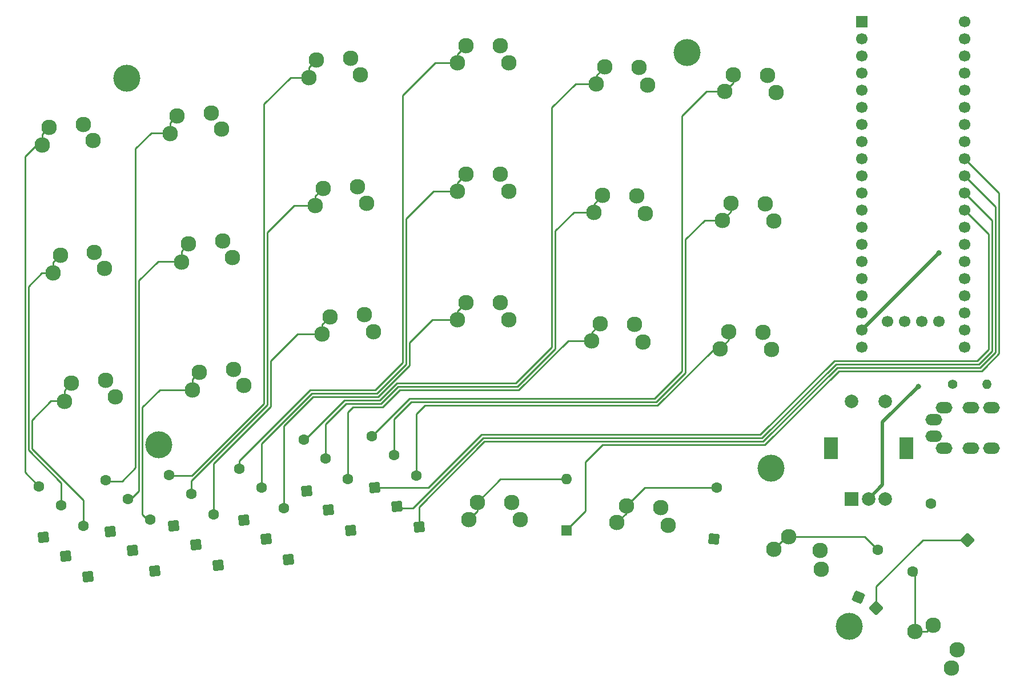
<source format=gbl>
%TF.GenerationSoftware,KiCad,Pcbnew,6.0.0-rc1-unknown-db41769bb9~144~ubuntu20.04.1*%
%TF.CreationDate,2021-12-01T14:16:25+01:00*%
%TF.ProjectId,khada,6b686164-612e-46b6-9963-61645f706362,rev?*%
%TF.SameCoordinates,Original*%
%TF.FileFunction,Copper,L2,Bot*%
%TF.FilePolarity,Positive*%
%FSLAX46Y46*%
G04 Gerber Fmt 4.6, Leading zero omitted, Abs format (unit mm)*
G04 Created by KiCad (PCBNEW 6.0.0-rc1-unknown-db41769bb9~144~ubuntu20.04.1) date 2021-12-01 14:16:25*
%MOMM*%
%LPD*%
G01*
G04 APERTURE LIST*
G04 Aperture macros list*
%AMRoundRect*
0 Rectangle with rounded corners*
0 $1 Rounding radius*
0 $2 $3 $4 $5 $6 $7 $8 $9 X,Y pos of 4 corners*
0 Add a 4 corners polygon primitive as box body*
4,1,4,$2,$3,$4,$5,$6,$7,$8,$9,$2,$3,0*
0 Add four circle primitives for the rounded corners*
1,1,$1+$1,$2,$3*
1,1,$1+$1,$4,$5*
1,1,$1+$1,$6,$7*
1,1,$1+$1,$8,$9*
0 Add four rect primitives between the rounded corners*
20,1,$1+$1,$2,$3,$4,$5,0*
20,1,$1+$1,$4,$5,$6,$7,0*
20,1,$1+$1,$6,$7,$8,$9,0*
20,1,$1+$1,$8,$9,$2,$3,0*%
%AMHorizOval*
0 Thick line with rounded ends*
0 $1 width*
0 $2 $3 position (X,Y) of the first rounded end (center of the circle)*
0 $4 $5 position (X,Y) of the second rounded end (center of the circle)*
0 Add line between two ends*
20,1,$1,$2,$3,$4,$5,0*
0 Add two circle primitives to create the rounded ends*
1,1,$1,$2,$3*
1,1,$1,$4,$5*%
G04 Aperture macros list end*
%TA.AperFunction,ComponentPad*%
%ADD10C,2.300000*%
%TD*%
%TA.AperFunction,ComponentPad*%
%ADD11RoundRect,0.160000X0.693344X-0.581785X0.581785X0.693344X-0.693344X0.581785X-0.581785X-0.693344X0*%
%TD*%
%TA.AperFunction,ComponentPad*%
%ADD12HorizOval,1.600000X0.000000X0.000000X0.000000X0.000000X0*%
%TD*%
%TA.AperFunction,ComponentPad*%
%ADD13C,4.000000*%
%TD*%
%TA.AperFunction,ComponentPad*%
%ADD14RoundRect,0.160000X0.905097X0.000000X0.000000X0.905097X-0.905097X0.000000X0.000000X-0.905097X0*%
%TD*%
%TA.AperFunction,ComponentPad*%
%ADD15HorizOval,1.600000X0.000000X0.000000X0.000000X0.000000X0*%
%TD*%
%TA.AperFunction,ComponentPad*%
%ADD16RoundRect,0.160000X0.353649X-0.833146X0.833146X0.353649X-0.353649X0.833146X-0.833146X-0.353649X0*%
%TD*%
%TA.AperFunction,ComponentPad*%
%ADD17HorizOval,1.600000X0.000000X0.000000X0.000000X0.000000X0*%
%TD*%
%TA.AperFunction,ComponentPad*%
%ADD18RoundRect,0.160000X0.672618X-0.605628X0.605628X0.672618X-0.672618X0.605628X-0.605628X-0.672618X0*%
%TD*%
%TA.AperFunction,ComponentPad*%
%ADD19HorizOval,1.600000X0.000000X0.000000X0.000000X0.000000X0*%
%TD*%
%TA.AperFunction,ComponentPad*%
%ADD20RoundRect,0.160000X0.640000X-0.640000X0.640000X0.640000X-0.640000X0.640000X-0.640000X-0.640000X0*%
%TD*%
%TA.AperFunction,ComponentPad*%
%ADD21O,1.600000X1.600000*%
%TD*%
%TA.AperFunction,ComponentPad*%
%ADD22C,1.400000*%
%TD*%
%TA.AperFunction,ComponentPad*%
%ADD23O,1.400000X1.400000*%
%TD*%
%TA.AperFunction,ComponentPad*%
%ADD24RoundRect,0.160000X0.605628X-0.672618X0.672618X0.605628X-0.605628X0.672618X-0.672618X-0.605628X0*%
%TD*%
%TA.AperFunction,ComponentPad*%
%ADD25HorizOval,1.600000X0.000000X0.000000X0.000000X0.000000X0*%
%TD*%
%TA.AperFunction,ComponentPad*%
%ADD26R,1.700000X1.700000*%
%TD*%
%TA.AperFunction,ComponentPad*%
%ADD27C,1.700000*%
%TD*%
%TA.AperFunction,ComponentPad*%
%ADD28RoundRect,0.160000X0.000000X-0.905097X0.905097X0.000000X0.000000X0.905097X-0.905097X0.000000X0*%
%TD*%
%TA.AperFunction,ComponentPad*%
%ADD29HorizOval,1.600000X0.000000X0.000000X0.000000X0.000000X0*%
%TD*%
%TA.AperFunction,ComponentPad*%
%ADD30O,2.500000X1.700000*%
%TD*%
%TA.AperFunction,ComponentPad*%
%ADD31R,2.000000X2.000000*%
%TD*%
%TA.AperFunction,ComponentPad*%
%ADD32C,2.000000*%
%TD*%
%TA.AperFunction,ComponentPad*%
%ADD33R,2.000000X3.200000*%
%TD*%
%TA.AperFunction,ViaPad*%
%ADD34C,0.800000*%
%TD*%
%TA.AperFunction,Conductor*%
%ADD35C,0.254000*%
%TD*%
%TA.AperFunction,Conductor*%
%ADD36C,0.500000*%
%TD*%
G04 APERTURE END LIST*
D10*
%TO.P,SW6,1,1*%
%TO.N,Net-(D6-Pad2)*%
X83130523Y-106386729D03*
X84174314Y-103745707D03*
%TO.P,SW6,2,2*%
%TO.N,col1*%
X89234983Y-103302955D03*
X90721526Y-105722602D03*
%TD*%
%TO.P,SW8,1,1*%
%TO.N,Net-(D8-Pad2)*%
X100361288Y-60035881D03*
X101496614Y-57432895D03*
%TO.P,SW8,2,2*%
%TO.N,col2*%
X107970845Y-59637081D03*
X106569652Y-57167029D03*
%TD*%
D11*
%TO.P,D12,1,K*%
%TO.N,row0*%
X90756063Y-125664702D03*
D12*
%TO.P,D12,2,A*%
%TO.N,Net-(D12-Pad2)*%
X90091937Y-118073698D03*
%TD*%
D11*
%TO.P,D4,1,K*%
%TO.N,row0*%
X70944063Y-127391902D03*
D12*
%TO.P,D4,2,A*%
%TO.N,Net-(D4-Pad2)*%
X70279937Y-119800898D03*
%TD*%
D11*
%TO.P,D14,1,K*%
%TO.N,row2*%
X97334663Y-131506702D03*
D12*
%TO.P,D14,2,A*%
%TO.N,Net-(D14-Pad2)*%
X96670537Y-123915698D03*
%TD*%
D11*
%TO.P,D6,1,K*%
%TO.N,row2*%
X77548063Y-133233902D03*
D12*
%TO.P,D6,2,A*%
%TO.N,Net-(D6-Pad2)*%
X76883937Y-125642898D03*
%TD*%
D13*
%TO.P,H3,*%
%TO.N,*%
X78105000Y-114554000D03*
%TD*%
D10*
%TO.P,SW1,1,1*%
%TO.N,Net-(D1-Pad2)*%
X60813123Y-70064729D03*
X61856914Y-67423707D03*
%TO.P,SW1,2,2*%
%TO.N,col0*%
X66917583Y-66980955D03*
X68404126Y-69400602D03*
%TD*%
D13*
%TO.P,H5,*%
%TO.N,*%
X180467000Y-141478000D03*
%TD*%
%TO.P,H2,*%
%TO.N,*%
X156464000Y-56388000D03*
%TD*%
D14*
%TO.P,D23,1,K*%
%TO.N,row3*%
X198020077Y-128627277D03*
D15*
%TO.P,D23,2,A*%
%TO.N,Net-(D23-Pad2)*%
X192631923Y-123239123D03*
%TD*%
D11*
%TO.P,D8,1,K*%
%TO.N,row0*%
X80342063Y-126579102D03*
D12*
%TO.P,D8,2,A*%
%TO.N,Net-(D8-Pad2)*%
X79677937Y-118988098D03*
%TD*%
D16*
%TO.P,D15,1,K*%
%TO.N,row3*%
X181833749Y-137136570D03*
D17*
%TO.P,D15,2,A*%
%TO.N,Net-(D15-Pad2)*%
X184688251Y-130071430D03*
%TD*%
D10*
%TO.P,SW14,1,1*%
%TO.N,Net-(D14-Pad2)*%
X123698000Y-93472000D03*
X122428000Y-96012000D03*
%TO.P,SW14,2,2*%
%TO.N,col3*%
X130048000Y-96012000D03*
X128778000Y-93472000D03*
%TD*%
D18*
%TO.P,D20,1,K*%
%TO.N,row0*%
X110126800Y-120873379D03*
D19*
%TO.P,D20,2,A*%
%TO.N,Net-(D20-Pad2)*%
X109728000Y-113263821D03*
%TD*%
D11*
%TO.P,D13,1,K*%
%TO.N,row1*%
X94058063Y-128458702D03*
D12*
%TO.P,D13,2,A*%
%TO.N,Net-(D13-Pad2)*%
X93393937Y-120867698D03*
%TD*%
D10*
%TO.P,SW15,1,1*%
%TO.N,Net-(D15-Pad2)*%
X171477832Y-128162301D03*
X169316334Y-130004155D03*
%TO.P,SW15,2,2*%
%TO.N,col3*%
X176153996Y-130147215D03*
X176330581Y-132981526D03*
%TD*%
D18*
%TO.P,D22,1,K*%
%TO.N,row2*%
X116719400Y-126714779D03*
D19*
%TO.P,D22,2,A*%
%TO.N,Net-(D22-Pad2)*%
X116320600Y-119105221D03*
%TD*%
D10*
%TO.P,SW9,1,1*%
%TO.N,Net-(D9-Pad2)*%
X102496614Y-76474895D03*
X101361288Y-79077881D03*
%TO.P,SW9,2,2*%
%TO.N,col2*%
X107569652Y-76209029D03*
X108970845Y-78679081D03*
%TD*%
D20*
%TO.P,D7,1,K*%
%TO.N,row3*%
X138557000Y-127254000D03*
D21*
%TO.P,D7,2,A*%
%TO.N,Net-(D7-Pad2)*%
X138557000Y-119634000D03*
%TD*%
D10*
%TO.P,SW18,1,1*%
%TO.N,Net-(D18-Pad2)*%
X142284909Y-99120893D03*
X143599045Y-96603445D03*
%TO.P,SW18,2,2*%
%TO.N,col4*%
X148678271Y-96692103D03*
X149903749Y-99253881D03*
%TD*%
%TO.P,SW5,1,1*%
%TO.N,Net-(D5-Pad2)*%
X82514314Y-84753707D03*
X81470523Y-87394729D03*
%TO.P,SW5,2,2*%
%TO.N,col1*%
X87574983Y-84310955D03*
X89061526Y-86730602D03*
%TD*%
%TO.P,SW11,1,1*%
%TO.N,Net-(D11-Pad2)*%
X146061155Y-126042081D03*
X147462348Y-123572029D03*
%TO.P,SW11,2,2*%
%TO.N,col2*%
X153670712Y-126440881D03*
X152535386Y-123837895D03*
%TD*%
%TO.P,SW22,1,1*%
%TO.N,Net-(D22-Pad2)*%
X161339909Y-100263893D03*
X162654045Y-97746445D03*
%TO.P,SW22,2,2*%
%TO.N,col5*%
X168958749Y-100396881D03*
X167733271Y-97835103D03*
%TD*%
D11*
%TO.P,D2,1,K*%
%TO.N,row1*%
X64340063Y-131049502D03*
D12*
%TO.P,D2,2,A*%
%TO.N,Net-(D2-Pad2)*%
X63675937Y-123458498D03*
%TD*%
D10*
%TO.P,SW12,1,1*%
%TO.N,Net-(D12-Pad2)*%
X122428000Y-57912000D03*
X123698000Y-55372000D03*
%TO.P,SW12,2,2*%
%TO.N,col3*%
X130048000Y-57912000D03*
X128778000Y-55372000D03*
%TD*%
D22*
%TO.P,R1,1*%
%TO.N,+5V*%
X195834000Y-105537000D03*
D23*
%TO.P,R1,2*%
%TO.N,DATA*%
X200914000Y-105537000D03*
%TD*%
D10*
%TO.P,SW13,1,1*%
%TO.N,Net-(D13-Pad2)*%
X123698000Y-74422000D03*
X122428000Y-76962000D03*
%TO.P,SW13,2,2*%
%TO.N,col3*%
X128778000Y-74422000D03*
X130048000Y-76962000D03*
%TD*%
%TO.P,SW20,1,1*%
%TO.N,Net-(D20-Pad2)*%
X163314045Y-59632445D03*
X161999909Y-62149893D03*
%TO.P,SW20,2,2*%
%TO.N,col5*%
X168393271Y-59721103D03*
X169618749Y-62282881D03*
%TD*%
D11*
%TO.P,D9,1,K*%
%TO.N,row1*%
X83644063Y-129373102D03*
D12*
%TO.P,D9,2,A*%
%TO.N,Net-(D9-Pad2)*%
X82979937Y-121782098D03*
%TD*%
D10*
%TO.P,SW10,1,1*%
%TO.N,Net-(D10-Pad2)*%
X102362000Y-98119881D03*
X103497326Y-95516895D03*
%TO.P,SW10,2,2*%
%TO.N,col2*%
X109971557Y-97721081D03*
X108570364Y-95251029D03*
%TD*%
D24*
%TO.P,D11,1,K*%
%TO.N,row3*%
X160455600Y-128491702D03*
D25*
%TO.P,D11,2,A*%
%TO.N,Net-(D11-Pad2)*%
X160854400Y-120882144D03*
%TD*%
D11*
%TO.P,D5,1,K*%
%TO.N,row1*%
X74246063Y-130185902D03*
D12*
%TO.P,D5,2,A*%
%TO.N,Net-(D5-Pad2)*%
X73581937Y-122594898D03*
%TD*%
D11*
%TO.P,D1,1,K*%
%TO.N,row0*%
X61038063Y-128255502D03*
D12*
%TO.P,D1,2,A*%
%TO.N,Net-(D1-Pad2)*%
X60373937Y-120664498D03*
%TD*%
D10*
%TO.P,SW2,1,1*%
%TO.N,Net-(D2-Pad2)*%
X62473123Y-89056729D03*
X63516914Y-86415707D03*
%TO.P,SW2,2,2*%
%TO.N,col0*%
X70064126Y-88392602D03*
X68577583Y-85972955D03*
%TD*%
D18*
%TO.P,D17,1,K*%
%TO.N,row1*%
X103268800Y-124200779D03*
D19*
%TO.P,D17,2,A*%
%TO.N,Net-(D17-Pad2)*%
X102870000Y-116591221D03*
%TD*%
D13*
%TO.P,H4,*%
%TO.N,*%
X168910000Y-117983000D03*
%TD*%
D11*
%TO.P,D3,1,K*%
%TO.N,row2*%
X67642063Y-134097502D03*
D12*
%TO.P,D3,2,A*%
%TO.N,Net-(D3-Pad2)*%
X66977937Y-126506498D03*
%TD*%
D18*
%TO.P,D16,1,K*%
%TO.N,row0*%
X100021400Y-121401558D03*
D19*
%TO.P,D16,2,A*%
%TO.N,Net-(D16-Pad2)*%
X99622600Y-113792000D03*
%TD*%
D26*
%TO.P,U1,1,PB12*%
%TO.N,unconnected-(U1-Pad1)*%
X182372000Y-51816000D03*
D27*
%TO.P,U1,2,PB13*%
%TO.N,unconnected-(U1-Pad2)*%
X182372000Y-54356000D03*
%TO.P,U1,3,PB14*%
%TO.N,unconnected-(U1-Pad3)*%
X182372000Y-56896000D03*
%TO.P,U1,4,PB15*%
%TO.N,unconnected-(U1-Pad4)*%
X182372000Y-59436000D03*
%TO.P,U1,5,PA8*%
%TO.N,unconnected-(U1-Pad5)*%
X182372000Y-61976000D03*
%TO.P,U1,6,PA9*%
%TO.N,unconnected-(U1-Pad6)*%
X182372000Y-64516000D03*
%TO.P,U1,7,PA10*%
%TO.N,unconnected-(U1-Pad7)*%
X182372000Y-67056000D03*
%TO.P,U1,8,PA11*%
%TO.N,unconnected-(U1-Pad8)*%
X182372000Y-69596000D03*
%TO.P,U1,9,PA12*%
%TO.N,unconnected-(U1-Pad9)*%
X182372000Y-72136000D03*
%TO.P,U1,10,PA15*%
%TO.N,col0*%
X182372000Y-74676000D03*
%TO.P,U1,11,PB3*%
%TO.N,col1*%
X182372000Y-77216000D03*
%TO.P,U1,12,PB4*%
%TO.N,col2*%
X182372000Y-79756000D03*
%TO.P,U1,13,PB5*%
%TO.N,col3*%
X182372000Y-82296000D03*
%TO.P,U1,14,PB6*%
%TO.N,col4*%
X182372000Y-84836000D03*
%TO.P,U1,15,PB7*%
%TO.N,col5*%
X182372000Y-87376000D03*
%TO.P,U1,16,PB8*%
%TO.N,ROTA*%
X182372000Y-89916000D03*
%TO.P,U1,17,PB9*%
%TO.N,ROTB*%
X182372000Y-92456000D03*
%TO.P,U1,18,5V*%
%TO.N,+5V*%
X182372000Y-94996000D03*
%TO.P,U1,19,GND*%
%TO.N,GND*%
X182372000Y-97536000D03*
%TO.P,U1,20,3V3*%
%TO.N,unconnected-(U1-Pad20)*%
X182372000Y-100076000D03*
%TO.P,U1,21,VBat*%
%TO.N,unconnected-(U1-Pad21)*%
X197612000Y-100076000D03*
%TO.P,U1,22,PC13*%
%TO.N,unconnected-(U1-Pad22)*%
X197612000Y-97536000D03*
%TO.P,U1,23,PC14*%
%TO.N,unconnected-(U1-Pad23)*%
X197612000Y-94996000D03*
%TO.P,U1,24,PC15*%
%TO.N,unconnected-(U1-Pad24)*%
X197612000Y-92456000D03*
%TO.P,U1,25,RES*%
%TO.N,unconnected-(U1-Pad25)*%
X197612000Y-89916000D03*
%TO.P,U1,26,PA0*%
%TO.N,unconnected-(U1-Pad26)*%
X197612000Y-87376000D03*
%TO.P,U1,27,PA1*%
%TO.N,unconnected-(U1-Pad27)*%
X197612000Y-84836000D03*
%TO.P,U1,28,PA2*%
%TO.N,DATA*%
X197612000Y-82296000D03*
%TO.P,U1,29,PA3*%
%TO.N,row0*%
X197612000Y-79756000D03*
%TO.P,U1,30,PA4*%
%TO.N,row1*%
X197612000Y-77216000D03*
%TO.P,U1,31,PA5*%
%TO.N,row2*%
X197612000Y-74676000D03*
%TO.P,U1,32,PA6*%
%TO.N,row3*%
X197612000Y-72136000D03*
%TO.P,U1,33,PA7*%
%TO.N,unconnected-(U1-Pad33)*%
X197612000Y-69596000D03*
%TO.P,U1,34,PB0*%
%TO.N,unconnected-(U1-Pad34)*%
X197612000Y-67056000D03*
%TO.P,U1,35,PB1*%
%TO.N,unconnected-(U1-Pad35)*%
X197612000Y-64516000D03*
%TO.P,U1,36,PB2*%
%TO.N,unconnected-(U1-Pad36)*%
X197612000Y-61976000D03*
%TO.P,U1,37,PB10*%
%TO.N,unconnected-(U1-Pad37)*%
X197612000Y-59436000D03*
%TO.P,U1,38,3V3*%
%TO.N,unconnected-(U1-Pad38)*%
X197612000Y-56896000D03*
%TO.P,U1,39,GND*%
%TO.N,GND*%
X197612000Y-54356000D03*
%TO.P,U1,40,5V*%
%TO.N,unconnected-(U1-Pad40)*%
X197612000Y-51816000D03*
%TO.P,U1,41,GND*%
%TO.N,GND*%
X193804000Y-96265000D03*
%TO.P,U1,42,SWCLK*%
%TO.N,unconnected-(U1-Pad42)*%
X191264000Y-96265000D03*
%TO.P,U1,43,SWIO*%
%TO.N,unconnected-(U1-Pad43)*%
X188724000Y-96265000D03*
%TO.P,U1,44,3V3*%
%TO.N,unconnected-(U1-Pad44)*%
X186184000Y-96265000D03*
%TD*%
D10*
%TO.P,SW7,1,1*%
%TO.N,Net-(D7-Pad2)*%
X125349000Y-123063000D03*
X124079000Y-125603000D03*
%TO.P,SW7,2,2*%
%TO.N,col1*%
X131699000Y-125603000D03*
X130429000Y-123063000D03*
%TD*%
%TO.P,SW19,1,1*%
%TO.N,Net-(D19-Pad2)*%
X190236974Y-142194872D03*
X192931051Y-141296846D03*
%TO.P,SW19,2,2*%
%TO.N,col4*%
X195625128Y-147583026D03*
X196523154Y-144888949D03*
%TD*%
%TO.P,SW17,1,1*%
%TO.N,Net-(D17-Pad2)*%
X142615109Y-80063893D03*
X143929245Y-77546445D03*
%TO.P,SW17,2,2*%
%TO.N,col4*%
X150233949Y-80196881D03*
X149008471Y-77635103D03*
%TD*%
D11*
%TO.P,D10,1,K*%
%TO.N,row2*%
X86946063Y-132421102D03*
D12*
%TO.P,D10,2,A*%
%TO.N,Net-(D10-Pad2)*%
X86281937Y-124830098D03*
%TD*%
D13*
%TO.P,H1,*%
%TO.N,*%
X73406000Y-60198000D03*
%TD*%
D10*
%TO.P,SW21,1,1*%
%TO.N,Net-(D21-Pad2)*%
X162984045Y-78689445D03*
X161669909Y-81206893D03*
%TO.P,SW21,2,2*%
%TO.N,col5*%
X169288749Y-81339881D03*
X168063271Y-78778103D03*
%TD*%
%TO.P,SW16,1,1*%
%TO.N,Net-(D16-Pad2)*%
X142945109Y-61006893D03*
X144259245Y-58489445D03*
%TO.P,SW16,2,2*%
%TO.N,col4*%
X150563949Y-61139881D03*
X149338471Y-58578103D03*
%TD*%
D28*
%TO.P,D19,1,K*%
%TO.N,row3*%
X184503923Y-138711077D03*
D29*
%TO.P,D19,2,A*%
%TO.N,Net-(D19-Pad2)*%
X189892077Y-133322923D03*
%TD*%
D10*
%TO.P,SW4,1,1*%
%TO.N,Net-(D4-Pad2)*%
X79810523Y-68402729D03*
X80854314Y-65761707D03*
%TO.P,SW4,2,2*%
%TO.N,col1*%
X85914983Y-65318955D03*
X87401526Y-67738602D03*
%TD*%
D18*
%TO.P,D21,1,K*%
%TO.N,row1*%
X113419400Y-123674779D03*
D19*
%TO.P,D21,2,A*%
%TO.N,Net-(D21-Pad2)*%
X113020600Y-116065221D03*
%TD*%
D10*
%TO.P,SW3,1,1*%
%TO.N,Net-(D3-Pad2)*%
X64133123Y-108048729D03*
X65176914Y-105407707D03*
%TO.P,SW3,2,2*%
%TO.N,col0*%
X71724126Y-107384602D03*
X70237583Y-104964955D03*
%TD*%
D30*
%TO.P,J1,A*%
%TO.N,unconnected-(J1-PadA)*%
X193051000Y-113253000D03*
X193051000Y-110803000D03*
%TO.P,J1,B*%
%TO.N,DATA*%
X201551000Y-109053000D03*
X201551000Y-115003000D03*
%TO.P,J1,C*%
%TO.N,+5V*%
X198551000Y-109053000D03*
X198551000Y-115003000D03*
%TO.P,J1,D*%
%TO.N,GND*%
X194551000Y-115003000D03*
X194551000Y-109053000D03*
%TD*%
D18*
%TO.P,D18,1,K*%
%TO.N,row2*%
X106570800Y-127248779D03*
D19*
%TO.P,D18,2,A*%
%TO.N,Net-(D18-Pad2)*%
X106172000Y-119639221D03*
%TD*%
D31*
%TO.P,SW23,A,A*%
%TO.N,ROTA*%
X180837200Y-122562000D03*
D32*
%TO.P,SW23,B,B*%
%TO.N,ROTB*%
X185837200Y-122562000D03*
%TO.P,SW23,C,C*%
%TO.N,GND*%
X183337200Y-122562000D03*
D33*
%TO.P,SW23,MP*%
%TO.N,N/C*%
X177737200Y-115062000D03*
X188937200Y-115062000D03*
D32*
%TO.P,SW23,S1,S1*%
%TO.N,Net-(D23-Pad2)*%
X185837200Y-108062000D03*
%TO.P,SW23,S2,S2*%
%TO.N,col5*%
X180837200Y-108062000D03*
%TD*%
D34*
%TO.N,GND*%
X190690500Y-105854500D03*
X193804000Y-86104000D03*
%TD*%
D35*
%TO.N,row0*%
X201117200Y-83261200D02*
X197612000Y-79756000D01*
X178308137Y-102037440D02*
X199460560Y-102037440D01*
X167315574Y-113030000D02*
X178308137Y-102037440D01*
X199460560Y-102037440D02*
X201117200Y-100380800D01*
X201117200Y-100380800D02*
X201117200Y-83261200D01*
X125984000Y-113030000D02*
X167315574Y-113030000D01*
X118120442Y-120893558D02*
X125984000Y-113030000D01*
X110126800Y-120893558D02*
X118120442Y-120893558D01*
%TO.N,Net-(D1-Pad2)*%
X60813123Y-70064729D02*
X60813123Y-68467498D01*
X58326810Y-71721190D02*
X59983271Y-70064729D01*
X60813123Y-68467498D02*
X61856914Y-67423707D01*
X58326810Y-118617371D02*
X58326810Y-71721190D01*
X60373937Y-120664498D02*
X58326810Y-118617371D01*
%TO.N,row1*%
X115790183Y-123941558D02*
X126194222Y-113537520D01*
X178518358Y-102544960D02*
X199670782Y-102544960D01*
X201624720Y-100591021D02*
X201624720Y-81228720D01*
X167525796Y-113537520D02*
X178518358Y-102544960D01*
X199670782Y-102544960D02*
X201624720Y-100591021D01*
X113428800Y-123941558D02*
X115790183Y-123941558D01*
X201624720Y-81228720D02*
X197612000Y-77216000D01*
X126194222Y-113537520D02*
X167525796Y-113537520D01*
%TO.N,Net-(D2-Pad2)*%
X63675937Y-120157607D02*
X58834330Y-115316000D01*
X62473123Y-87459498D02*
X63516914Y-86415707D01*
X63675937Y-123712498D02*
X63675937Y-120157607D01*
X60803271Y-89056729D02*
X62473123Y-89056729D01*
X62473123Y-89056729D02*
X62473123Y-87459498D01*
X58834330Y-91025670D02*
X60803271Y-89056729D01*
X58834330Y-115316000D02*
X58834330Y-91025670D01*
%TO.N,row2*%
X202132240Y-79196240D02*
X197612000Y-74676000D01*
X167736018Y-114045040D02*
X178728579Y-103052480D01*
X116730800Y-126989558D02*
X116730800Y-123718683D01*
X178728579Y-103052480D02*
X199881004Y-103052480D01*
X200178302Y-102755181D02*
X202132240Y-100801242D01*
X126404444Y-114045040D02*
X167736018Y-114045040D01*
X202132240Y-100801242D02*
X202132240Y-79196240D01*
X199881004Y-103052480D02*
X200178302Y-102755181D01*
X116730800Y-123718683D02*
X126404444Y-114045040D01*
%TO.N,Net-(D3-Pad2)*%
X64133123Y-108048729D02*
X64133123Y-106451498D01*
X59341850Y-110838150D02*
X62142271Y-108037729D01*
X62142271Y-108037729D02*
X64055123Y-108037729D01*
X66977937Y-122741865D02*
X59341850Y-115105778D01*
X59341850Y-115105778D02*
X59341850Y-110838150D01*
X66977937Y-126760498D02*
X66977937Y-122741865D01*
X64133123Y-106451498D02*
X65176914Y-105407707D01*
%TO.N,row3*%
X184503923Y-135536077D02*
X191412723Y-128627277D01*
X138557000Y-127254000D02*
X138557000Y-127127000D01*
X141351000Y-124333000D02*
X141351000Y-117094000D01*
X138557000Y-127127000D02*
X141351000Y-124333000D01*
X167946240Y-114552560D02*
X178938800Y-103560000D01*
X202639760Y-101011463D02*
X202639760Y-77163760D01*
X200091227Y-103559999D02*
X200685821Y-102965402D01*
X200685821Y-102965402D02*
X202639760Y-101011463D01*
X202639760Y-77163760D02*
X197612000Y-72136000D01*
X143892440Y-114552560D02*
X167946240Y-114552560D01*
X141351000Y-117094000D02*
X143892440Y-114552560D01*
X184503923Y-138711077D02*
X184503923Y-135536077D01*
X191412723Y-128627277D02*
X198020077Y-128627277D01*
X178938800Y-103560000D02*
X200091227Y-103559999D01*
%TO.N,Net-(D4-Pad2)*%
X79777723Y-68261329D02*
X77026671Y-68261329D01*
X74676000Y-117906800D02*
X72680302Y-119902498D01*
X79810523Y-66805498D02*
X80854314Y-65761707D01*
X77026671Y-68261329D02*
X74676000Y-70612000D01*
X72680302Y-119902498D02*
X70279937Y-119902498D01*
X74676000Y-70612000D02*
X74676000Y-117906800D01*
X79810523Y-68402729D02*
X79810523Y-66805498D01*
%TO.N,Net-(D5-Pad2)*%
X75184000Y-90170000D02*
X75184000Y-121348435D01*
X75184000Y-121348435D02*
X73581937Y-122950498D01*
X81470523Y-87394729D02*
X81470523Y-85797498D01*
X81470523Y-85797498D02*
X82514314Y-84753707D01*
X78017271Y-87336729D02*
X75184000Y-90170000D01*
X81454123Y-87336729D02*
X78017271Y-87336729D01*
%TO.N,Net-(D6-Pad2)*%
X75692000Y-124806561D02*
X76883937Y-125998498D01*
X78271271Y-106386729D02*
X75692000Y-108966000D01*
X83130523Y-104789498D02*
X84174314Y-103745707D01*
X83130523Y-106386729D02*
X83130523Y-104789498D01*
X75692000Y-108966000D02*
X75692000Y-124806561D01*
X83105123Y-106386729D02*
X78271271Y-106386729D01*
%TO.N,Net-(D7-Pad2)*%
X125349000Y-123063000D02*
X128778000Y-119634000D01*
X128778000Y-119634000D02*
X138557000Y-119634000D01*
X124079000Y-125603000D02*
X125349000Y-124333000D01*
X125349000Y-124333000D02*
X125349000Y-123063000D01*
%TO.N,Net-(D8-Pad2)*%
X93726000Y-108419516D02*
X93726000Y-64008000D01*
X97698119Y-60035881D02*
X100361288Y-60035881D01*
X100361288Y-58568221D02*
X101496614Y-57432895D01*
X79692435Y-119126000D02*
X83019516Y-119126000D01*
X100361288Y-60035881D02*
X100361288Y-58568221D01*
X93726000Y-64008000D02*
X97698119Y-60035881D01*
X83019516Y-119126000D02*
X93726000Y-108419516D01*
%TO.N,Net-(D9-Pad2)*%
X82979937Y-119883321D02*
X94233520Y-108629738D01*
X101361288Y-79077881D02*
X101361288Y-77610221D01*
X98214119Y-79077881D02*
X101361288Y-79077881D01*
X94233520Y-108629738D02*
X94233520Y-83058480D01*
X101361288Y-77610221D02*
X102496614Y-76474895D01*
X82979937Y-122188498D02*
X82979937Y-119883321D01*
X94233520Y-83058480D02*
X98214119Y-79077881D01*
%TO.N,Net-(D10-Pad2)*%
X94742000Y-102108000D02*
X98730119Y-98119881D01*
X86281937Y-117299063D02*
X94742000Y-108839000D01*
X86281937Y-125236498D02*
X86281937Y-117299063D01*
X98730119Y-98119881D02*
X102362000Y-98119881D01*
X94742000Y-108839000D02*
X94742000Y-102108000D01*
X102362000Y-98119881D02*
X102362000Y-96652221D01*
X102362000Y-96652221D02*
X103497326Y-95516895D01*
%TO.N,Net-(D11-Pad2)*%
X147462348Y-123572029D02*
X150152233Y-120882144D01*
X150152233Y-120882144D02*
X160854400Y-120882144D01*
X146061155Y-126042081D02*
X147462348Y-124640888D01*
X147462348Y-124640888D02*
X147462348Y-123572029D01*
%TO.N,Net-(D12-Pad2)*%
X100584000Y-106426000D02*
X110236000Y-106426000D01*
X90091937Y-116918063D02*
X100584000Y-106426000D01*
X114300000Y-102362000D02*
X114300000Y-62738000D01*
X90091937Y-118378498D02*
X90091937Y-116918063D01*
X119126000Y-57912000D02*
X122428000Y-57912000D01*
X110236000Y-106426000D02*
X114300000Y-102362000D01*
X123698000Y-55372000D02*
X122428000Y-56642000D01*
X122428000Y-56642000D02*
X122428000Y-57912000D01*
X114300000Y-62738000D02*
X119126000Y-57912000D01*
%TO.N,Net-(D13-Pad2)*%
X122428000Y-75692000D02*
X122428000Y-76962000D01*
X110445741Y-106934000D02*
X114807520Y-102572221D01*
X114807520Y-102572221D02*
X114807520Y-81026480D01*
X114807520Y-81026480D02*
X118872000Y-76962000D01*
X93393937Y-114333805D02*
X100793742Y-106934000D01*
X118872000Y-76962000D02*
X122428000Y-76962000D01*
X123698000Y-74422000D02*
X122428000Y-75692000D01*
X93393937Y-121172498D02*
X93393937Y-114333805D01*
X100793742Y-106934000D02*
X110445741Y-106934000D01*
%TO.N,Net-(D14-Pad2)*%
X115315040Y-102782442D02*
X110655962Y-107441520D01*
X115315040Y-99365760D02*
X115315040Y-102782442D01*
X122428000Y-96012000D02*
X118668800Y-96012000D01*
X122428000Y-94742000D02*
X122428000Y-96012000D01*
X96695937Y-111749547D02*
X96695937Y-124220498D01*
X118668800Y-96012000D02*
X115315040Y-99365760D01*
X101003964Y-107441520D02*
X96695937Y-111749547D01*
X110655962Y-107441520D02*
X101003964Y-107441520D01*
X123698000Y-93472000D02*
X122428000Y-94742000D01*
%TO.N,Net-(D15-Pad2)*%
X169316334Y-130004155D02*
X171158188Y-128162301D01*
X171158188Y-128162301D02*
X171477832Y-128162301D01*
X182779122Y-128162301D02*
X184688251Y-130071430D01*
X171477832Y-128162301D02*
X182779122Y-128162301D01*
%TO.N,Net-(D16-Pad2)*%
X110866183Y-107949040D02*
X113405224Y-105410000D01*
X113405224Y-105410000D02*
X131064000Y-105410000D01*
X139918507Y-60995493D02*
X142945309Y-60995493D01*
X144259245Y-58489445D02*
X142945109Y-59803581D01*
X131064000Y-105410000D02*
X136398000Y-100076000D01*
X142945109Y-59803581D02*
X142945109Y-61006893D01*
X105664960Y-107949040D02*
X110866183Y-107949040D01*
X99822000Y-113792000D02*
X105664960Y-107949040D01*
X136398000Y-64516000D02*
X139918507Y-60995493D01*
X136398000Y-100076000D02*
X136398000Y-64516000D01*
%TO.N,Net-(D17-Pad2)*%
X113615446Y-105917520D02*
X131274221Y-105917520D01*
X102870000Y-116840000D02*
X102870000Y-111461742D01*
X136905520Y-82804480D02*
X139664507Y-80045493D01*
X105875182Y-108456560D02*
X111076404Y-108456560D01*
X111076404Y-108456560D02*
X113615446Y-105917520D01*
X136905520Y-100286221D02*
X136905520Y-82804480D01*
X131274221Y-105917520D02*
X136905520Y-100286221D01*
X142615109Y-78860581D02*
X142615109Y-80063893D01*
X102870000Y-111461742D02*
X105875182Y-108456560D01*
X139664507Y-80045493D02*
X142589709Y-80045493D01*
X143929245Y-77546445D02*
X142615109Y-78860581D01*
%TO.N,Net-(D18-Pad2)*%
X113825668Y-106425040D02*
X131484442Y-106425040D01*
X138788589Y-99120893D02*
X142284909Y-99120893D01*
X142284909Y-97917581D02*
X142284909Y-99120893D01*
X111286625Y-108964080D02*
X113825668Y-106425040D01*
X131484442Y-106425040D02*
X138788589Y-99120893D01*
X106172000Y-119888000D02*
X106172000Y-109726080D01*
X143599045Y-96603445D02*
X142284909Y-97917581D01*
X106172000Y-109726080D02*
X106934000Y-108964080D01*
X106934000Y-108964080D02*
X111286625Y-108964080D01*
%TO.N,Net-(D19-Pad2)*%
X190236974Y-133667820D02*
X189892077Y-133322923D01*
X190236974Y-142194872D02*
X192033025Y-142194872D01*
X190363974Y-133794820D02*
X189765077Y-133195923D01*
X192033025Y-142194872D02*
X192931051Y-141296846D01*
X190236974Y-142194872D02*
X190236974Y-133667820D01*
%TO.N,Net-(D20-Pad2)*%
X155702000Y-65786000D02*
X159338107Y-62149893D01*
X161999909Y-62149893D02*
X163314045Y-60835757D01*
X115316000Y-107696000D02*
X151638000Y-107696000D01*
X163314045Y-60835757D02*
X163314045Y-59632445D01*
X159338107Y-62149893D02*
X161999909Y-62149893D01*
X151638000Y-107696000D02*
X155702000Y-103632000D01*
X109728000Y-113284000D02*
X115316000Y-107696000D01*
X155702000Y-103632000D02*
X155702000Y-65786000D01*
%TO.N,Net-(D21-Pad2)*%
X156209520Y-103842221D02*
X156209520Y-84074000D01*
X161669909Y-81206893D02*
X162984045Y-79892757D01*
X115525742Y-108204000D02*
X116078000Y-108204000D01*
X151848221Y-108203520D02*
X156209520Y-103842221D01*
X116078000Y-108204000D02*
X116078480Y-108203520D01*
X159076627Y-81206893D02*
X161669909Y-81206893D01*
X162984045Y-79892757D02*
X162984045Y-78689445D01*
X156209520Y-84074000D02*
X159076627Y-81206893D01*
X113030000Y-110699742D02*
X115525742Y-108204000D01*
X113030000Y-116332000D02*
X113030000Y-110699742D01*
X116078480Y-108203520D02*
X151848221Y-108203520D01*
%TO.N,Net-(D22-Pad2)*%
X152058442Y-108711040D02*
X160505589Y-100263893D01*
X116332000Y-119380000D02*
X116332000Y-109982000D01*
X161339909Y-100263893D02*
X162654045Y-98949757D01*
X162654045Y-98949757D02*
X162654045Y-97746445D01*
X116332000Y-109982000D02*
X117602960Y-108711040D01*
X117602960Y-108711040D02*
X152058442Y-108711040D01*
X160505589Y-100263893D02*
X161339909Y-100263893D01*
D36*
%TO.N,GND*%
X185420000Y-120479200D02*
X185420000Y-111125000D01*
X182372000Y-97536000D02*
X193804000Y-86104000D01*
X183337200Y-122562000D02*
X185420000Y-120479200D01*
X185420000Y-111125000D02*
X190690500Y-105854500D01*
%TD*%
M02*

</source>
